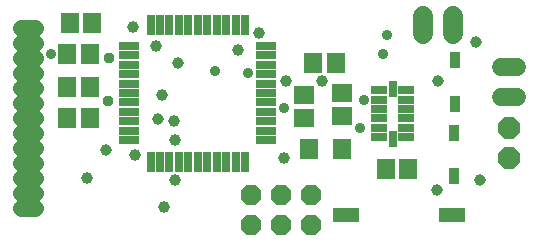
<source format=gts>
G75*
%MOIN*%
%OFA0B0*%
%FSLAX25Y25*%
%IPPOS*%
%LPD*%
%AMOC8*
5,1,8,0,0,1.08239X$1,22.5*
%
%ADD10R,0.05918X0.06706*%
%ADD11R,0.06706X0.05918*%
%ADD12R,0.06312X0.07099*%
%ADD13R,0.02769X0.06706*%
%ADD14R,0.06706X0.02769*%
%ADD15OC8,0.06800*%
%ADD16R,0.05224X0.02769*%
%ADD17R,0.02769X0.05224*%
%ADD18C,0.05556*%
%ADD19C,0.06800*%
%ADD20R,0.08700X0.05100*%
%ADD21R,0.03556X0.05524*%
%ADD22OC8,0.07400*%
%ADD23C,0.06000*%
%ADD24C,0.03600*%
%ADD25C,0.03700*%
%ADD26C,0.03900*%
%ADD27C,0.03850*%
D10*
X0039122Y0050968D03*
X0046602Y0050968D03*
X0046594Y0061187D03*
X0039114Y0061187D03*
X0039114Y0072111D03*
X0046594Y0072111D03*
X0047396Y0082430D03*
X0039915Y0082430D03*
X0121104Y0069306D03*
X0128585Y0069306D03*
X0145261Y0034040D03*
X0152741Y0034040D03*
D11*
X0130649Y0051715D03*
X0118039Y0051052D03*
X0118039Y0058533D03*
X0130649Y0059196D03*
D12*
X0130793Y0040399D03*
X0119770Y0040399D03*
D13*
X0098330Y0036393D03*
X0095180Y0036393D03*
X0092031Y0036393D03*
X0088881Y0036393D03*
X0085732Y0036393D03*
X0082582Y0036393D03*
X0079432Y0036393D03*
X0076283Y0036393D03*
X0073133Y0036393D03*
X0069984Y0036393D03*
X0066834Y0036393D03*
X0066834Y0082062D03*
X0069984Y0082062D03*
X0073133Y0082062D03*
X0076283Y0082062D03*
X0079432Y0082062D03*
X0082582Y0082062D03*
X0085732Y0082062D03*
X0088881Y0082062D03*
X0092031Y0082062D03*
X0095180Y0082062D03*
X0098330Y0082062D03*
D14*
X0105417Y0074976D03*
X0105417Y0071826D03*
X0105417Y0068677D03*
X0105417Y0065527D03*
X0105417Y0062377D03*
X0105417Y0059228D03*
X0105417Y0056078D03*
X0105417Y0052929D03*
X0105417Y0049779D03*
X0105417Y0046629D03*
X0105417Y0043480D03*
X0059747Y0043480D03*
X0059747Y0046629D03*
X0059747Y0049779D03*
X0059747Y0052929D03*
X0059747Y0056078D03*
X0059747Y0059228D03*
X0059747Y0062377D03*
X0059747Y0065527D03*
X0059747Y0068677D03*
X0059747Y0071826D03*
X0059747Y0074976D03*
D15*
X0100406Y0025167D03*
X0110406Y0025167D03*
X0120406Y0025167D03*
X0120406Y0015167D03*
X0110406Y0015167D03*
X0100406Y0015167D03*
D16*
X0143060Y0044447D03*
X0143060Y0047596D03*
X0143060Y0050746D03*
X0143060Y0053895D03*
X0143060Y0057045D03*
X0143060Y0060195D03*
X0152021Y0060195D03*
X0152021Y0057045D03*
X0152021Y0053895D03*
X0152021Y0050746D03*
X0152021Y0047596D03*
X0151991Y0044447D03*
D17*
X0147540Y0044053D03*
X0147540Y0060588D03*
D18*
X0028471Y0020957D02*
X0023715Y0020957D01*
X0023715Y0025957D02*
X0028471Y0025957D01*
X0028471Y0030957D02*
X0023715Y0030957D01*
X0023715Y0035957D02*
X0028471Y0035957D01*
X0028471Y0040957D02*
X0023715Y0040957D01*
X0023715Y0045957D02*
X0028471Y0045957D01*
X0028471Y0050957D02*
X0023715Y0050957D01*
X0023715Y0055957D02*
X0028471Y0055957D01*
X0028471Y0060957D02*
X0023715Y0060957D01*
X0023715Y0065957D02*
X0028471Y0065957D01*
X0028471Y0070957D02*
X0023715Y0070957D01*
X0023715Y0075957D02*
X0028471Y0075957D01*
X0028471Y0080957D02*
X0023715Y0080957D01*
D19*
X0157579Y0078877D02*
X0157579Y0084877D01*
X0167579Y0084877D02*
X0167579Y0078877D01*
D20*
X0167388Y0018551D03*
X0131988Y0018551D03*
D21*
X0168080Y0031470D03*
X0168080Y0046037D03*
X0168289Y0055627D03*
X0168289Y0070193D03*
D22*
X0186400Y0047486D03*
X0186400Y0037486D03*
D23*
X0188881Y0057971D02*
X0183681Y0057971D01*
X0183681Y0067971D02*
X0188881Y0067971D01*
D24*
X0145680Y0078522D03*
X0144280Y0072222D03*
X0137980Y0056822D03*
X0136580Y0047722D03*
X0111380Y0054322D03*
X0099480Y0065922D03*
X0088280Y0066622D03*
X0033680Y0072222D03*
D25*
X0052880Y0070853D03*
X0052780Y0056453D03*
D26*
X0070780Y0058422D03*
X0074780Y0050022D03*
X0074980Y0043522D03*
X0061680Y0038622D03*
X0045580Y0030922D03*
X0071304Y0021209D03*
X0074980Y0030222D03*
X0111280Y0037722D03*
X0112080Y0063122D03*
X0123980Y0063122D03*
X0095980Y0073622D03*
X0102980Y0079222D03*
X0068680Y0075022D03*
X0060980Y0081322D03*
D27*
X0075880Y0069153D03*
X0069380Y0050553D03*
X0051980Y0040153D03*
X0162180Y0026953D03*
X0176780Y0030353D03*
X0162780Y0063153D03*
X0175380Y0076253D03*
M02*

</source>
